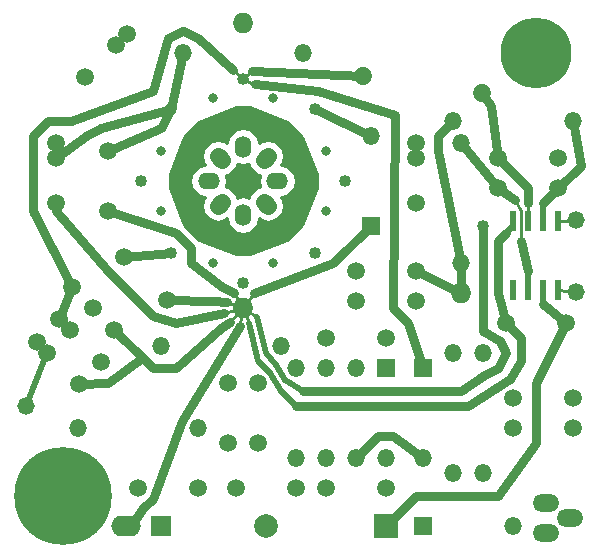
<source format=gtl>
G04 (created by PCBNEW (22-Jun-2014 BZR 4027)-stable) date Mon 25 Jun 2018 12:36:10 AM CDT*
%MOIN*%
G04 Gerber Fmt 3.4, Leading zero omitted, Abs format*
%FSLAX34Y34*%
G01*
G70*
G90*
G04 APERTURE LIST*
%ADD10C,0.00590551*%
%ADD11O,0.0885X0.059*%
%ADD12O,0.059X0.059*%
%ADD13R,0.059X0.059*%
%ADD14R,0.069X0.069*%
%ADD15O,0.099X0.069*%
%ADD16C,0.23622*%
%ADD17C,0.059*%
%ADD18O,0.069X0.069*%
%ADD19R,0.079X0.079*%
%ADD20C,0.079*%
%ADD21C,0.325*%
%ADD22R,0.019X0.07*%
%ADD23C,0.059*%
%ADD24O,0.058X0.058*%
%ADD25C,0.056*%
%ADD26O,0.072X0.056*%
%ADD27O,0.056X0.072*%
%ADD28O,0.032X0.032*%
%ADD29C,0.04*%
%ADD30C,0.01*%
%ADD31C,0.02*%
%ADD32C,0.03*%
G04 APERTURE END LIST*
G54D10*
G54D11*
X95852Y-43250D03*
X96647Y-43750D03*
X95852Y-44250D03*
G54D12*
X92750Y-38250D03*
X92750Y-42250D03*
X93750Y-42250D03*
X93750Y-38250D03*
X83000Y-38000D03*
X87000Y-38000D03*
X83750Y-28250D03*
X87750Y-28250D03*
X84250Y-40750D03*
X80250Y-40750D03*
G54D13*
X90500Y-38750D03*
G54D12*
X89500Y-38750D03*
X88500Y-38750D03*
X87500Y-38750D03*
X87500Y-41750D03*
X88500Y-41750D03*
X90500Y-41750D03*
X89500Y-41750D03*
G54D14*
X83000Y-44000D03*
G54D15*
X81850Y-44000D03*
G54D16*
X95500Y-28250D03*
G54D17*
X94750Y-40750D03*
X96750Y-40750D03*
X91500Y-36500D03*
X89500Y-36500D03*
X85250Y-41250D03*
X85250Y-39250D03*
X86250Y-41250D03*
X86250Y-39250D03*
X88500Y-42750D03*
X90500Y-42750D03*
X81792Y-35042D03*
X83207Y-36457D03*
X81250Y-31500D03*
X81250Y-33500D03*
X96750Y-39750D03*
X94750Y-39750D03*
X90500Y-37750D03*
X88500Y-37750D03*
X87500Y-42750D03*
X85500Y-42750D03*
G54D18*
X85750Y-36750D03*
G54D19*
X90500Y-44000D03*
G54D20*
X86500Y-44000D03*
G54D13*
X91750Y-38750D03*
G54D12*
X91750Y-41750D03*
G54D13*
X90000Y-34000D03*
G54D12*
X90000Y-31000D03*
G54D13*
X91750Y-44000D03*
G54D12*
X94750Y-44000D03*
G54D17*
X81883Y-27616D03*
X80469Y-29030D03*
X81530Y-27969D03*
X79500Y-31250D03*
X79500Y-33250D03*
X79500Y-31750D03*
X91500Y-31250D03*
X91500Y-33250D03*
X91500Y-31750D03*
G54D21*
X79750Y-43000D03*
G54D18*
X85750Y-27250D03*
G54D22*
X96250Y-33850D03*
X95750Y-33850D03*
X95250Y-33850D03*
X94750Y-33850D03*
X94750Y-36150D03*
X95250Y-36150D03*
X95750Y-36150D03*
X96250Y-36150D03*
G54D23*
X89750Y-29000D02*
X89750Y-29000D01*
X93711Y-29556D02*
X93711Y-29556D01*
G54D12*
X96750Y-30500D03*
X92750Y-30500D03*
X93000Y-31250D03*
X93000Y-35250D03*
G54D17*
X94250Y-31750D03*
X96250Y-31750D03*
X96250Y-32750D03*
X94250Y-32750D03*
X96500Y-37250D03*
X94500Y-37250D03*
G54D18*
X93000Y-36250D03*
G54D17*
X79616Y-37116D03*
X81030Y-38530D03*
X79969Y-37469D03*
X78866Y-37866D03*
X80280Y-39280D03*
X79219Y-38219D03*
X80042Y-36042D03*
X81457Y-37457D03*
X80750Y-36750D03*
G54D24*
X96850Y-33800D03*
X96850Y-36200D03*
X78500Y-40000D03*
G54D25*
X85042Y-31792D02*
X84929Y-31679D01*
X86570Y-31679D02*
X86457Y-31792D01*
G54D26*
X86890Y-32500D03*
G54D27*
X85750Y-31359D03*
G54D25*
X86570Y-33320D02*
X86457Y-33207D01*
G54D27*
X85750Y-33640D03*
G54D25*
X85042Y-33207D02*
X84929Y-33320D01*
G54D26*
X84609Y-32500D03*
G54D17*
X84250Y-42750D03*
X82250Y-42750D03*
X91500Y-35500D03*
X89500Y-35500D03*
G54D28*
X85750Y-32500D03*
X86500Y-30750D03*
X87500Y-31750D03*
X87500Y-33250D03*
X86500Y-34250D03*
X85000Y-34250D03*
X84000Y-33250D03*
X84000Y-31750D03*
X85000Y-30750D03*
X84750Y-29750D03*
X86750Y-29750D03*
X83000Y-31500D03*
X83000Y-33500D03*
X88500Y-31500D03*
X88500Y-33500D03*
X86750Y-35250D03*
X84750Y-35250D03*
G54D29*
X89150Y-32500D03*
X82350Y-32500D03*
X83350Y-30100D03*
X88150Y-34900D03*
X88150Y-30100D03*
X83350Y-34900D03*
X85750Y-29100D03*
X93750Y-34000D03*
X85750Y-35900D03*
G54D30*
X96250Y-36150D02*
X96850Y-36200D01*
X96250Y-33850D02*
X96850Y-33800D01*
G54D31*
X79219Y-38219D02*
X78500Y-40000D01*
G54D32*
X95500Y-39250D02*
X96500Y-37250D01*
X91500Y-43000D02*
X94250Y-43000D01*
X94250Y-43000D02*
X95500Y-41250D01*
X95500Y-41250D02*
X95500Y-39250D01*
X90500Y-44000D02*
X91500Y-43000D01*
X96500Y-37250D02*
X96500Y-37250D01*
G54D31*
X95750Y-36500D02*
X95750Y-36600D01*
G54D32*
X95750Y-36600D02*
X96500Y-37250D01*
X93000Y-31250D02*
X94250Y-32750D01*
G54D30*
X95000Y-34500D02*
X95000Y-33500D01*
G54D31*
X95250Y-36150D02*
X95250Y-35250D01*
G54D32*
X95000Y-34500D02*
X95250Y-35500D01*
G54D31*
X95250Y-35500D02*
X95250Y-35250D01*
G54D30*
X95000Y-33500D02*
X94826Y-33134D01*
G54D32*
X94826Y-33134D02*
X94250Y-32750D01*
X93711Y-29556D02*
X94000Y-30000D01*
X94000Y-30000D02*
X94250Y-31750D01*
G54D30*
X95250Y-33850D02*
X95250Y-33250D01*
G54D32*
X95250Y-32750D02*
X94250Y-31750D01*
X95250Y-32750D02*
X95250Y-33250D01*
G54D30*
X95250Y-33250D02*
X95250Y-33250D01*
X95250Y-33250D02*
X95250Y-33250D01*
G54D32*
X89500Y-41750D02*
X90250Y-41000D01*
X90750Y-41000D02*
X91750Y-41750D01*
X90250Y-41000D02*
X90750Y-41000D01*
X96750Y-30500D02*
X97000Y-32000D01*
X97000Y-32000D02*
X96250Y-32750D01*
G54D31*
X95750Y-33850D02*
X95750Y-33250D01*
G54D32*
X95750Y-33250D02*
X96250Y-32750D01*
X83350Y-30100D02*
X81000Y-30750D01*
X80500Y-31000D02*
X79500Y-31750D01*
X81000Y-30750D02*
X80500Y-31000D01*
X83350Y-30100D02*
X83750Y-28250D01*
X81250Y-31500D02*
X83000Y-30750D01*
X83000Y-30750D02*
X83350Y-30100D01*
X88150Y-30100D02*
X90000Y-31000D01*
X81792Y-35042D02*
X83350Y-34900D01*
G54D30*
X83000Y-38000D02*
X83000Y-38000D01*
G54D32*
X91500Y-35500D02*
X93000Y-36250D01*
X93000Y-35250D02*
X93000Y-36250D01*
X92750Y-30500D02*
X92250Y-31000D01*
X92250Y-31500D02*
X93000Y-35250D01*
X92250Y-31000D02*
X92250Y-31500D01*
X90800Y-30300D02*
X88250Y-29500D01*
X80042Y-36042D02*
X79616Y-37116D01*
X79616Y-37116D02*
X79969Y-37469D01*
X80042Y-36042D02*
X78750Y-33500D01*
X83250Y-27750D02*
X82750Y-29500D01*
X82750Y-29500D02*
X80000Y-30500D01*
X80000Y-30500D02*
X79250Y-30500D01*
X79250Y-30500D02*
X78750Y-31000D01*
X78750Y-31000D02*
X78750Y-33500D01*
X84250Y-27750D02*
X85400Y-28785D01*
G54D30*
X85400Y-28785D02*
X85750Y-29100D01*
G54D32*
X83750Y-27500D02*
X83250Y-27750D01*
X84250Y-27750D02*
X83750Y-27500D01*
X89750Y-29000D02*
X86050Y-28850D01*
G54D30*
X86050Y-28850D02*
X85750Y-29100D01*
G54D32*
X88250Y-29500D02*
X86150Y-29268D01*
G54D30*
X86150Y-29268D02*
X86000Y-29250D01*
X86000Y-29250D02*
X85750Y-29100D01*
G54D32*
X91750Y-38750D02*
X91250Y-37250D01*
X91250Y-37250D02*
X90750Y-36750D01*
X90750Y-36750D02*
X90800Y-30300D01*
G54D30*
X85750Y-36750D02*
X86100Y-36250D01*
G54D32*
X88750Y-35250D02*
X86100Y-36250D01*
X88750Y-35250D02*
X90000Y-34000D01*
G54D31*
X94500Y-34250D02*
X94750Y-34000D01*
G54D32*
X94500Y-37250D02*
X94250Y-36250D01*
X94250Y-36250D02*
X94250Y-34500D01*
X94250Y-34500D02*
X94500Y-34250D01*
G54D31*
X94750Y-34000D02*
X94750Y-33850D01*
G54D32*
X80280Y-39280D02*
X81250Y-39250D01*
X82392Y-38392D02*
X82500Y-38500D01*
X81250Y-39250D02*
X82392Y-38392D01*
X81457Y-37457D02*
X82500Y-38500D01*
X82500Y-38500D02*
X82750Y-38750D01*
G54D30*
X85300Y-37200D02*
X85750Y-36750D01*
G54D32*
X85300Y-37200D02*
X85000Y-37416D01*
X85000Y-37416D02*
X83500Y-38750D01*
X83500Y-38750D02*
X82750Y-38750D01*
X93750Y-37500D02*
X93750Y-34000D01*
G54D31*
X87000Y-39500D02*
X87500Y-40000D01*
G54D32*
X95000Y-37750D02*
X95000Y-38500D01*
X95000Y-38500D02*
X94650Y-39100D01*
X94650Y-39100D02*
X93250Y-40000D01*
X93250Y-40000D02*
X92250Y-40000D01*
X92250Y-40000D02*
X87500Y-40000D01*
X94500Y-37250D02*
X95000Y-37750D01*
G54D31*
X86250Y-38500D02*
X86650Y-38900D01*
X86650Y-38900D02*
X87000Y-39500D01*
G54D30*
X85950Y-37250D02*
X85750Y-36750D01*
G54D31*
X85950Y-37250D02*
X86250Y-38500D01*
X86200Y-37050D02*
X86500Y-38250D01*
X86500Y-38250D02*
X86850Y-38650D01*
X86850Y-38650D02*
X87150Y-39150D01*
X87150Y-39150D02*
X87750Y-39500D01*
G54D30*
X86200Y-37050D02*
X85750Y-36750D01*
G54D31*
X93750Y-37500D02*
X93750Y-37500D01*
G54D32*
X94500Y-38250D02*
X94300Y-37850D01*
X94300Y-37850D02*
X93750Y-37500D01*
X87750Y-39500D02*
X93000Y-39500D01*
X94250Y-38750D02*
X93750Y-39000D01*
X93000Y-39500D02*
X93750Y-39000D01*
X94250Y-38750D02*
X94500Y-38250D01*
X85650Y-37350D02*
X83700Y-40500D01*
G54D30*
X85650Y-37350D02*
X85653Y-37230D01*
X85653Y-37230D02*
X85750Y-36750D01*
G54D32*
X82000Y-44000D02*
X82400Y-43400D01*
X82400Y-43400D02*
X82750Y-43100D01*
X82750Y-43100D02*
X83700Y-40500D01*
X83700Y-40500D02*
X83700Y-40500D01*
G54D30*
X85750Y-36750D02*
X85450Y-36250D01*
G54D32*
X85000Y-36000D02*
X84000Y-35250D01*
X84000Y-35250D02*
X84000Y-34750D01*
X84000Y-34750D02*
X83500Y-34250D01*
X83500Y-34250D02*
X81250Y-33500D01*
X85450Y-36250D02*
X85000Y-36000D01*
X82750Y-37000D02*
X81250Y-35500D01*
X81250Y-35500D02*
X79500Y-33500D01*
X79500Y-33500D02*
X79500Y-33250D01*
X85100Y-36900D02*
X83500Y-37250D01*
G54D30*
X85750Y-36750D02*
X85100Y-36900D01*
G54D32*
X82750Y-37000D02*
X83500Y-37250D01*
G54D30*
X85750Y-36750D02*
X85200Y-36550D01*
G54D32*
X84750Y-36500D02*
X83207Y-36457D01*
X85200Y-36550D02*
X84750Y-36500D01*
X83207Y-36457D02*
X83164Y-36414D01*
G54D10*
G36*
X86307Y-32696D02*
X86245Y-32709D01*
X86073Y-32823D01*
X85959Y-32995D01*
X85946Y-33057D01*
X85750Y-33018D01*
X85553Y-33057D01*
X85541Y-32995D01*
X85426Y-32823D01*
X85254Y-32709D01*
X85192Y-32696D01*
X85231Y-32500D01*
X85192Y-32303D01*
X85254Y-32291D01*
X85426Y-32176D01*
X85541Y-32004D01*
X85553Y-31942D01*
X85750Y-31981D01*
X85946Y-31942D01*
X85959Y-32004D01*
X86073Y-32176D01*
X86245Y-32291D01*
X86307Y-32303D01*
X86268Y-32500D01*
X86307Y-32696D01*
X86307Y-32696D01*
G37*
G54D30*
X86307Y-32696D02*
X86245Y-32709D01*
X86073Y-32823D01*
X85959Y-32995D01*
X85946Y-33057D01*
X85750Y-33018D01*
X85553Y-33057D01*
X85541Y-32995D01*
X85426Y-32823D01*
X85254Y-32709D01*
X85192Y-32696D01*
X85231Y-32500D01*
X85192Y-32303D01*
X85254Y-32291D01*
X85426Y-32176D01*
X85541Y-32004D01*
X85553Y-31942D01*
X85750Y-31981D01*
X85946Y-31942D01*
X85959Y-32004D01*
X86073Y-32176D01*
X86245Y-32291D01*
X86307Y-32303D01*
X86268Y-32500D01*
X86307Y-32696D01*
G54D10*
G36*
X88200Y-32740D02*
X87707Y-33971D01*
X87512Y-34166D01*
X87512Y-32500D01*
X87472Y-32297D01*
X87357Y-32125D01*
X87185Y-32010D01*
X87001Y-31973D01*
X87068Y-31874D01*
X87108Y-31671D01*
X87068Y-31468D01*
X86953Y-31296D01*
X86781Y-31181D01*
X86578Y-31141D01*
X86375Y-31181D01*
X86276Y-31248D01*
X86239Y-31064D01*
X86124Y-30892D01*
X85952Y-30777D01*
X85750Y-30737D01*
X85547Y-30777D01*
X85375Y-30892D01*
X85260Y-31064D01*
X85223Y-31248D01*
X85124Y-31181D01*
X84921Y-31141D01*
X84718Y-31181D01*
X84546Y-31296D01*
X84431Y-31468D01*
X84391Y-31671D01*
X84431Y-31874D01*
X84498Y-31973D01*
X84314Y-32010D01*
X84142Y-32125D01*
X84027Y-32297D01*
X83987Y-32500D01*
X84027Y-32702D01*
X84142Y-32874D01*
X84314Y-32989D01*
X84498Y-33026D01*
X84431Y-33125D01*
X84391Y-33328D01*
X84431Y-33531D01*
X84546Y-33703D01*
X84718Y-33818D01*
X84921Y-33858D01*
X85124Y-33818D01*
X85223Y-33751D01*
X85260Y-33935D01*
X85375Y-34107D01*
X85547Y-34222D01*
X85750Y-34262D01*
X85952Y-34222D01*
X86124Y-34107D01*
X86239Y-33935D01*
X86276Y-33751D01*
X86375Y-33818D01*
X86578Y-33858D01*
X86781Y-33818D01*
X86953Y-33703D01*
X87068Y-33531D01*
X87108Y-33328D01*
X87068Y-33125D01*
X87001Y-33026D01*
X87185Y-32989D01*
X87357Y-32874D01*
X87472Y-32702D01*
X87512Y-32500D01*
X87512Y-34166D01*
X87221Y-34457D01*
X85990Y-34950D01*
X85509Y-34950D01*
X84278Y-34457D01*
X83792Y-33971D01*
X83300Y-32740D01*
X83300Y-32259D01*
X83792Y-31028D01*
X84278Y-30542D01*
X85509Y-30050D01*
X85990Y-30050D01*
X87221Y-30542D01*
X87707Y-31028D01*
X88200Y-32259D01*
X88200Y-32740D01*
X88200Y-32740D01*
G37*
G54D30*
X88200Y-32740D02*
X87707Y-33971D01*
X87512Y-34166D01*
X87512Y-32500D01*
X87472Y-32297D01*
X87357Y-32125D01*
X87185Y-32010D01*
X87001Y-31973D01*
X87068Y-31874D01*
X87108Y-31671D01*
X87068Y-31468D01*
X86953Y-31296D01*
X86781Y-31181D01*
X86578Y-31141D01*
X86375Y-31181D01*
X86276Y-31248D01*
X86239Y-31064D01*
X86124Y-30892D01*
X85952Y-30777D01*
X85750Y-30737D01*
X85547Y-30777D01*
X85375Y-30892D01*
X85260Y-31064D01*
X85223Y-31248D01*
X85124Y-31181D01*
X84921Y-31141D01*
X84718Y-31181D01*
X84546Y-31296D01*
X84431Y-31468D01*
X84391Y-31671D01*
X84431Y-31874D01*
X84498Y-31973D01*
X84314Y-32010D01*
X84142Y-32125D01*
X84027Y-32297D01*
X83987Y-32500D01*
X84027Y-32702D01*
X84142Y-32874D01*
X84314Y-32989D01*
X84498Y-33026D01*
X84431Y-33125D01*
X84391Y-33328D01*
X84431Y-33531D01*
X84546Y-33703D01*
X84718Y-33818D01*
X84921Y-33858D01*
X85124Y-33818D01*
X85223Y-33751D01*
X85260Y-33935D01*
X85375Y-34107D01*
X85547Y-34222D01*
X85750Y-34262D01*
X85952Y-34222D01*
X86124Y-34107D01*
X86239Y-33935D01*
X86276Y-33751D01*
X86375Y-33818D01*
X86578Y-33858D01*
X86781Y-33818D01*
X86953Y-33703D01*
X87068Y-33531D01*
X87108Y-33328D01*
X87068Y-33125D01*
X87001Y-33026D01*
X87185Y-32989D01*
X87357Y-32874D01*
X87472Y-32702D01*
X87512Y-32500D01*
X87512Y-34166D01*
X87221Y-34457D01*
X85990Y-34950D01*
X85509Y-34950D01*
X84278Y-34457D01*
X83792Y-33971D01*
X83300Y-32740D01*
X83300Y-32259D01*
X83792Y-31028D01*
X84278Y-30542D01*
X85509Y-30050D01*
X85990Y-30050D01*
X87221Y-30542D01*
X87707Y-31028D01*
X88200Y-32259D01*
X88200Y-32740D01*
M02*

</source>
